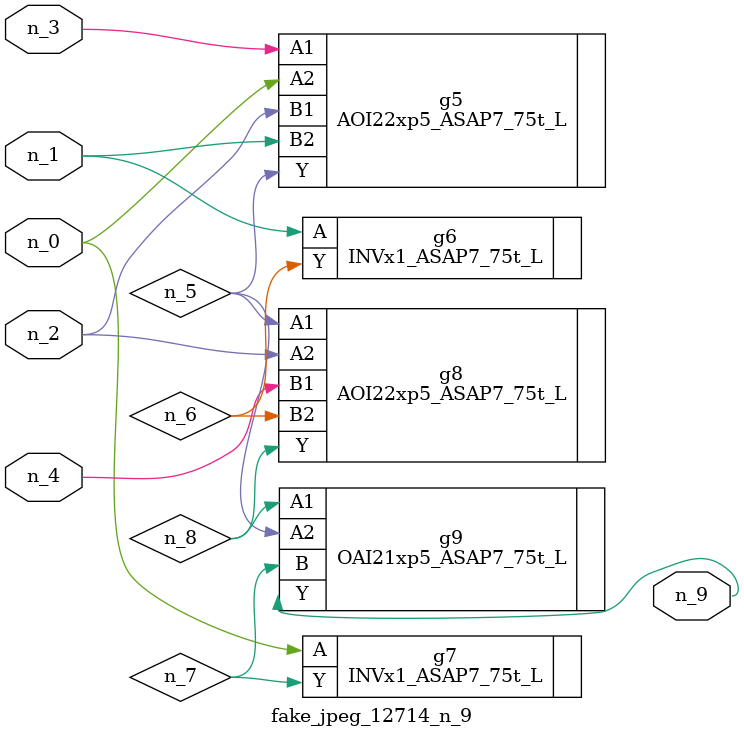
<source format=v>
module fake_jpeg_12714_n_9 (n_3, n_2, n_1, n_0, n_4, n_9);

input n_3;
input n_2;
input n_1;
input n_0;
input n_4;

output n_9;

wire n_8;
wire n_6;
wire n_5;
wire n_7;

AOI22xp5_ASAP7_75t_L g5 ( 
.A1(n_3),
.A2(n_0),
.B1(n_2),
.B2(n_1),
.Y(n_5)
);

INVx1_ASAP7_75t_L g6 ( 
.A(n_1),
.Y(n_6)
);

INVx1_ASAP7_75t_L g7 ( 
.A(n_0),
.Y(n_7)
);

AOI22xp5_ASAP7_75t_L g8 ( 
.A1(n_5),
.A2(n_2),
.B1(n_4),
.B2(n_6),
.Y(n_8)
);

OAI21xp5_ASAP7_75t_L g9 ( 
.A1(n_8),
.A2(n_5),
.B(n_7),
.Y(n_9)
);


endmodule
</source>
